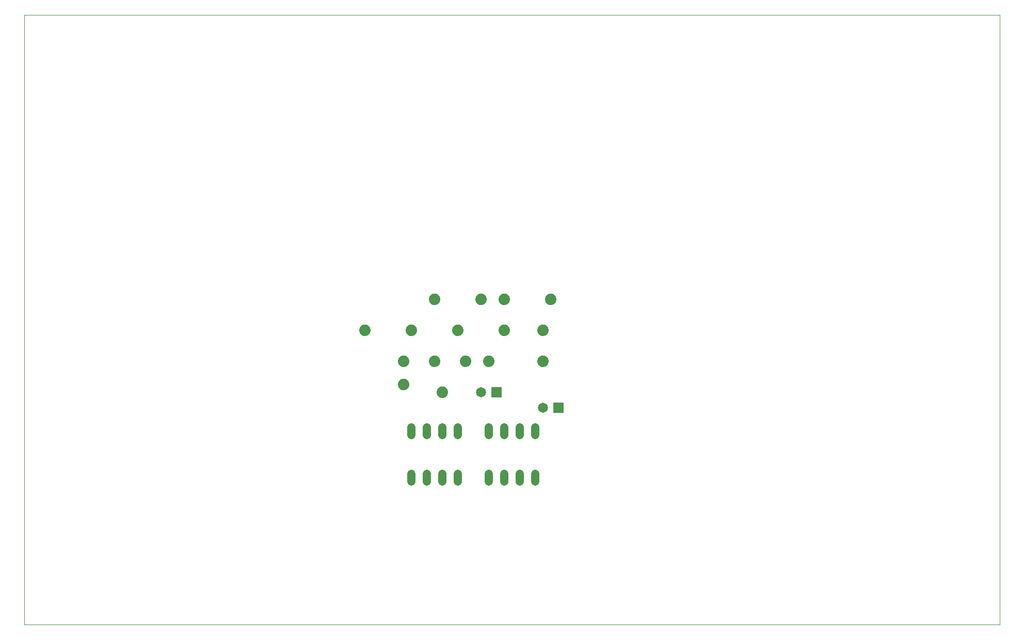
<source format=gtl>
G75*
G70*
%OFA0B0*%
%FSLAX24Y24*%
%IPPOS*%
%LPD*%
%AMOC8*
5,1,8,0,0,1.08239X$1,22.5*
%
%ADD10C,0.0000*%
%ADD11C,0.0740*%
%ADD12R,0.0650X0.0650*%
%ADD13C,0.0650*%
%ADD14C,0.0520*%
D10*
X000100Y000100D02*
X000100Y039470D01*
X063092Y039470D01*
X063092Y000100D01*
X000100Y000100D01*
D11*
X024600Y015600D03*
X024600Y017100D03*
X026600Y017100D03*
X028600Y017100D03*
X030100Y017100D03*
X031100Y019100D03*
X033600Y019100D03*
X033600Y017100D03*
X028100Y019100D03*
X026600Y021100D03*
X029600Y021100D03*
X031100Y021100D03*
X034100Y021100D03*
X025100Y019100D03*
X022100Y019100D03*
X027100Y015100D03*
D12*
X030600Y015100D03*
X034600Y014100D03*
D13*
X033600Y014100D03*
X029600Y015100D03*
D14*
X030100Y012860D02*
X030100Y012340D01*
X031100Y012340D02*
X031100Y012860D01*
X032100Y012860D02*
X032100Y012340D01*
X033100Y012340D02*
X033100Y012860D01*
X033100Y009860D02*
X033100Y009340D01*
X032100Y009340D02*
X032100Y009860D01*
X031100Y009860D02*
X031100Y009340D01*
X030100Y009340D02*
X030100Y009860D01*
X028100Y009860D02*
X028100Y009340D01*
X027100Y009340D02*
X027100Y009860D01*
X026100Y009860D02*
X026100Y009340D01*
X025100Y009340D02*
X025100Y009860D01*
X025100Y012340D02*
X025100Y012860D01*
X026100Y012860D02*
X026100Y012340D01*
X027100Y012340D02*
X027100Y012860D01*
X028100Y012860D02*
X028100Y012340D01*
M02*

</source>
